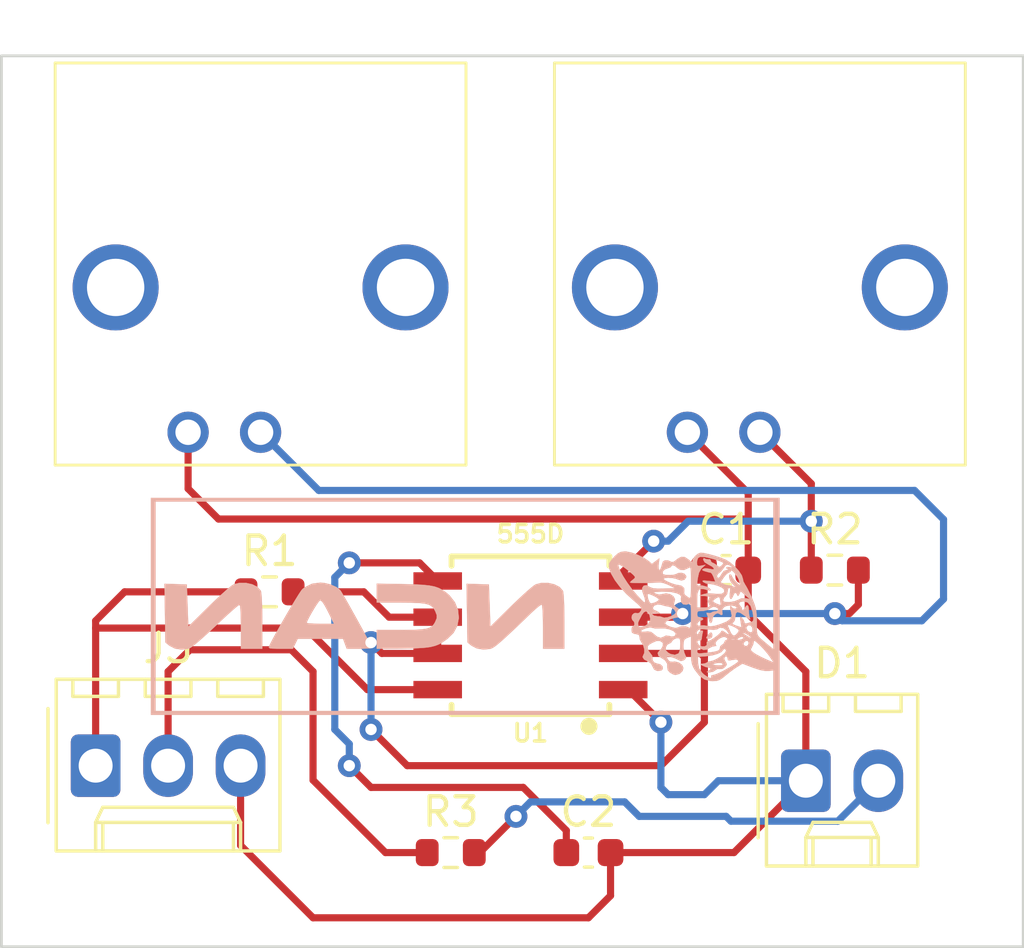
<source format=kicad_pcb>
(kicad_pcb (version 20210606) (generator pcbnew)
  (layers (0 "F.Cu" signal) (31 "B.Cu" signal) (34 "B.Paste" user) (35 "F.Paste" user) (36 "B.SilkS" user "B.Silkscreen") (37 "F.SilkS" user "F.Silkscreen") (38 "B.Mask" user) (39 "F.Mask" user) (44 "Edge.Cuts" user))
  (net 0 "")
  (net 1 "Output")
  (net 2 "Net-(C1-Pad1)")
  (net 3 "Net-(C2-Pad1)")
  (net 4 "Input")
  (net 5 "GND")
  (net 6 "Net-(D1-Pad2)")
  (net 7 "Power")
  (net 8 "LED_PWR")
  (footprint "Connector_Molex:Molex_KK-254_AE-6410-03A_1x03_P2.54mm_Vertical" (layer "F.Cu") (at 37.846 62.738)
    (fp_text reference "J3" (at 2.54 -4.12) (layer "F.SilkS"))
    (fp_text value "6v Battery")
    (pad "1" thru_hole roundrect locked (at 0 0) (size 1.74 2.19) (drill 1.19) (layers *.Cu *.Mask) (roundrect_rratio 0.1436781609) (net 7 "Power"))
    (pad "2" thru_hole oval locked (at 2.54 0) (size 1.74 2.19) (drill 1.19) (layers *.Cu *.Mask) (net 8 "LED_PWR"))
    (pad "3" thru_hole oval locked (at 5.08 0) (size 1.74 2.19) (drill 1.19) (layers *.Cu *.Mask) (net 5 "GND"))
  )
  (footprint "Connector_Molex:Molex_KK-254_AE-6410-02A_1x02_P2.54mm_Vertical" (layer "F.Cu") (at 62.738 63.266)
    (fp_text reference "D1" (at 1.27 -4.12) (layer "F.SilkS"))
    (fp_text value "LED")
    (pad "1" thru_hole roundrect locked (at 0 0) (size 1.74 2.19) (drill 1.19) (layers *.Cu *.Mask) (roundrect_rratio 0.1436781609) (net 5 "GND"))
    (pad "2" thru_hole oval locked (at 2.54 0) (size 1.74 2.19) (drill 1.19) (layers *.Cu *.Mask) (net 6 "Net-(D1-Pad2)"))
  )
  (footprint "Capacitor_SMD:C_0603_1608Metric" (layer "F.Cu") (at 59.944 55.88)
    (fp_text reference "C1" (at 0 -1.43) (layer "F.SilkS"))
    (fp_text value "0.1u")
    (pad "1" smd roundrect locked (at -0.775 0) (size 0.9 0.95) (layers "F.Cu" "F.Paste" "F.Mask") (net 2 "Net-(C1-Pad1)"))
    (pad "2" smd roundrect locked (at 0.775 0) (size 0.9 0.95) (layers "F.Cu" "F.Paste" "F.Mask") (net 5 "GND"))
  )
  (footprint "Resistor_SMD:R_0603_1608Metric" (layer "F.Cu") (at 50.292 65.786)
    (fp_text reference "R3" (at 0 -1.43) (layer "F.SilkS"))
    (fp_text value "2k")
    (pad "1" smd roundrect locked (at -0.825 0) (size 0.8 0.95) (layers "F.Cu" "F.Paste" "F.Mask") (net 8 "LED_PWR"))
    (pad "2" smd roundrect locked (at 0.825 0) (size 0.8 0.95) (layers "F.Cu" "F.Paste" "F.Mask") (net 6 "Net-(D1-Pad2)"))
  )
  (footprint "Capacitor_SMD:C_0603_1608Metric" (layer "F.Cu") (at 55.118 65.786)
    (fp_text reference "C2" (at 0 -1.43) (layer "F.SilkS"))
    (fp_text value "0.01u")
    (pad "1" smd roundrect locked (at -0.775 0) (size 0.9 0.95) (layers "F.Cu" "F.Paste" "F.Mask") (net 3 "Net-(C2-Pad1)"))
    (pad "2" smd roundrect locked (at 0.775 0) (size 0.9 0.95) (layers "F.Cu" "F.Paste" "F.Mask") (net 5 "GND"))
  )
  (footprint "SparkfunSilicon-Standard:SOIC-8" (layer "F.Cu") (at 53.086 58.166 90)
    (fp_text reference "U1" (at -3.429 0) (layer "F.SilkS") (effects (font (size 0.6096 0.6096) (thickness 0.127))))
    (fp_text value "555D" (at 3.556 0) (layer "F.SilkS") (effects (font (size 0.6096 0.6096) (thickness 0.127))))
    (pad "1" smd rect locked (at -1.905 3.2512 90) (size 0.6096 1.7018) (layers "F.Cu" "F.Paste" "F.Mask") (net 5 "GND"))
    (pad "2" smd rect locked (at -0.635 3.2512 90) (size 0.6096 1.7018) (layers "F.Cu" "F.Paste" "F.Mask") (net 2 "Net-(C1-Pad1)"))
    (pad "3" smd rect locked (at 0.635 3.2512 90) (size 0.6096 1.7018) (layers "F.Cu" "F.Paste" "F.Mask") (net 1 "Output"))
    (pad "4" smd rect locked (at 1.905 3.2512 90) (size 0.6096 1.7018) (layers "F.Cu" "F.Paste" "F.Mask") (net 4 "Input"))
    (pad "5" smd rect locked (at 1.905 -3.2512 90) (size 0.6096 1.7018) (layers "F.Cu" "F.Paste" "F.Mask") (net 3 "Net-(C2-Pad1)"))
    (pad "6" smd rect locked (at 0.635 -3.2512 90) (size 0.6096 1.7018) (layers "F.Cu" "F.Paste" "F.Mask") (net 2 "Net-(C1-Pad1)"))
    (pad "7" smd rect locked (at -0.635 -3.2512 90) (size 0.6096 1.7018) (layers "F.Cu" "F.Paste" "F.Mask") (net 2 "Net-(C1-Pad1)"))
    (pad "8" smd rect locked (at -1.905 -3.2512 90) (size 0.6096 1.7018) (layers "F.Cu" "F.Paste" "F.Mask") (net 7 "Power"))
  )
  (footprint "Resistor_SMD:R_0603_1608Metric" (layer "F.Cu") (at 43.942 56.642)
    (fp_text reference "R1" (at 0 -1.43) (layer "F.SilkS"))
    (fp_text value "100k")
    (pad "1" smd roundrect locked (at -0.825 0) (size 0.8 0.95) (layers "F.Cu" "F.Paste" "F.Mask") (net 7 "Power"))
    (pad "2" smd roundrect locked (at 0.825 0) (size 0.8 0.95) (layers "F.Cu" "F.Paste" "F.Mask") (net 2 "Net-(C1-Pad1)"))
  )
  (footprint "Connector_Coaxial:031543110RFX" (layer "F.Cu") (at 58.587 51.046464)
    (fp_text reference "J1" hide)
    (fp_text value "Conn_Coaxial" hide)
    (pad "1" thru_hole circle locked (at 0 0) (size 1.446 1.446) (drill 0.89) (layers *.Cu *.Mask) (net 5 "GND"))
    (pad "2" thru_hole circle locked (at 2.54 0) (size 1.446 1.446) (drill 0.89) (layers *.Cu *.Mask) (net 4 "Input"))
    (pad "3" thru_hole circle locked (at 7.62 -5.08) (size 3.015 3.015) (drill 2.01) (layers *.Cu *.Mask))
    (pad "4" thru_hole circle locked (at -2.54 -5.08) (size 3.015 3.015) (drill 2.01) (layers *.Cu *.Mask))
  )
  (footprint "Resistor_SMD:R_0603_1608Metric" (layer "F.Cu") (at 63.754 55.88)
    (fp_text reference "R2" (at 0 -1.43) (layer "F.SilkS"))
    (fp_text value "1k")
    (pad "1" smd roundrect locked (at -0.825 0) (size 0.8 0.95) (layers "F.Cu" "F.Paste" "F.Mask") (net 4 "Input"))
    (pad "2" smd roundrect locked (at 0.825 0) (size 0.8 0.95) (layers "F.Cu" "F.Paste" "F.Mask") (net 1 "Output"))
  )
  (footprint "Connector_Coaxial:031543110RFX" (layer "F.Cu") (at 41.087 51.046464)
    (fp_text reference "J2" hide)
    (fp_text value "Conn_Coaxial" hide)
    (pad "1" thru_hole circle locked (at 0 0) (size 1.446 1.446) (drill 0.89) (layers *.Cu *.Mask) (net 5 "GND"))
    (pad "2" thru_hole circle locked (at 2.54 0) (size 1.446 1.446) (drill 0.89) (layers *.Cu *.Mask) (net 1 "Output"))
    (pad "3" thru_hole circle locked (at 7.62 -5.08) (size 3.015 3.015) (drill 2.01) (layers *.Cu *.Mask))
    (pad "4" thru_hole circle locked (at -2.54 -5.08) (size 3.015 3.015) (drill 2.01) (layers *.Cu *.Mask))
  )
  (footprint "NCAN:NCANSilkscreenFront" (layer "B.Cu") (at 50.8 57.15 180)
    (fp_text reference "G***" hide)
    (fp_text value "LOGO" hide)
  )
  (gr_rect (start 34.544 37.846) (end 70.358 69.088) (layer "Edge.Cuts") (width 0.1) (fill none))
  (segment (start 64.262 57.404) (end 64.579 57.087) (width 0.25) (layer "F.Cu") (net 1))
  (segment (start 63.754 57.404) (end 64.262 57.404) (width 0.25) (layer "F.Cu") (net 1))
  (segment (start 58.293 57.531) (end 58.42 57.404) (width 0.25) (layer "F.Cu") (net 1))
  (segment (start 64.579 57.087) (end 64.579 55.88) (width 0.25) (layer "F.Cu") (net 1))
  (segment (start 56.3372 57.531) (end 58.293 57.531) (width 0.25) (layer "F.Cu") (net 1))
  (via (at 63.754 57.404) (size 0.8) (drill 0.4) (layers "F.Cu" "B.Cu") (net 1))
  (via (at 58.42 57.404) (size 0.8) (drill 0.4) (layers "F.Cu" "B.Cu") (net 1))
  (segment (start 67.564 54.102) (end 66.548 53.086) (width 0.25) (layer "B.Cu") (net 1))
  (segment (start 64.008 57.658) (end 66.802 57.658) (width 0.25) (layer "B.Cu") (net 1))
  (segment (start 58.42 57.404) (end 63.754 57.404) (width 0.25) (layer "B.Cu") (net 1))
  (segment (start 66.802 57.658) (end 67.564 56.896) (width 0.25) (layer "B.Cu") (net 1))
  (segment (start 63.754 57.404) (end 64.008 57.658) (width 0.25) (layer "B.Cu") (net 1))
  (segment (start 45.666536 53.086) (end 43.627 51.046464) (width 0.25) (layer "B.Cu") (net 1))
  (segment (start 67.564 56.896) (end 67.564 54.102) (width 0.25) (layer "B.Cu") (net 1))
  (segment (start 66.548 53.086) (end 45.666536 53.086) (width 0.25) (layer "B.Cu") (net 1))
  (segment (start 47.498 61.468) (end 48.768 62.738) (width 0.25) (layer "F.Cu") (net 2))
  (segment (start 57.658 62.738) (end 59.182 61.214) (width 0.25) (layer "F.Cu") (net 2))
  (segment (start 47.879 58.801) (end 47.498 58.42) (width 0.25) (layer "F.Cu") (net 2))
  (segment (start 48.133 57.531) (end 47.244 56.642) (width 0.25) (layer "F.Cu") (net 2))
  (segment (start 59.169 55.88) (end 59.169 58.915) (width 0.25) (layer "F.Cu") (net 2))
  (segment (start 59.182 61.214) (end 59.182 58.928) (width 0.25) (layer "F.Cu") (net 2))
  (segment (start 48.768 62.738) (end 57.658 62.738) (width 0.25) (layer "F.Cu") (net 2))
  (segment (start 59.182 58.928) (end 59.055 58.801) (width 0.25) (layer "F.Cu") (net 2))
  (segment (start 47.244 56.642) (end 44.767 56.642) (width 0.25) (layer "F.Cu") (net 2))
  (segment (start 49.8348 57.531) (end 49.8348 58.801) (width 0.25) (layer "F.Cu") (net 2))
  (segment (start 49.8348 58.801) (end 47.879 58.801) (width 0.25) (layer "F.Cu") (net 2))
  (segment (start 59.169 58.915) (end 59.182 58.928) (width 0.25) (layer "F.Cu") (net 2))
  (segment (start 49.8348 57.531) (end 48.133 57.531) (width 0.25) (layer "F.Cu") (net 2))
  (segment (start 59.055 58.801) (end 56.3372 58.801) (width 0.25) (layer "F.Cu") (net 2))
  (via (at 47.498 58.42) (size 0.8) (drill 0.4) (layers "F.Cu" "B.Cu") (net 2))
  (via (at 47.498 61.468) (size 0.8) (drill 0.4) (layers "F.Cu" "B.Cu") (net 2))
  (segment (start 47.498 58.42) (end 47.498 61.468) (width 0.25) (layer "B.Cu") (net 2))
  (segment (start 47.498 63.5) (end 46.736 62.738) (width 0.25) (layer "F.Cu") (net 3))
  (segment (start 54.343 65.786) (end 54.343 65.011) (width 0.25) (layer "F.Cu") (net 3))
  (segment (start 49.1998 55.626) (end 49.8348 56.261) (width 0.25) (layer "F.Cu") (net 3))
  (segment (start 46.736 55.626) (end 49.1998 55.626) (width 0.25) (layer "F.Cu") (net 3))
  (segment (start 52.832 63.5) (end 47.498 63.5) (width 0.25) (layer "F.Cu") (net 3))
  (segment (start 54.343 65.011) (end 52.832 63.5) (width 0.25) (layer "F.Cu") (net 3))
  (via (at 46.736 55.626) (size 0.8) (drill 0.4) (layers "F.Cu" "B.Cu") (net 3))
  (via (at 46.736 62.738) (size 0.8) (drill 0.4) (layers "F.Cu" "B.Cu") (net 3))
  (segment (start 46.736 61.976) (end 46.228 61.468) (width 0.25) (layer "B.Cu") (net 3))
  (segment (start 46.228 56.134) (end 46.736 55.626) (width 0.25) (layer "B.Cu") (net 3))
  (segment (start 46.736 62.738) (end 46.736 61.976) (width 0.25) (layer "B.Cu") (net 3))
  (segment (start 46.228 61.468) (end 46.228 56.134) (width 0.25) (layer "B.Cu") (net 3))
  (segment (start 62.929 54.165) (end 62.929 52.848464) (width 0.25) (layer "F.Cu") (net 4))
  (segment (start 56.3372 55.9308) (end 57.404 54.864) (width 0.25) (layer "F.Cu") (net 4))
  (segment (start 62.929 52.848464) (end 61.127 51.046464) (width 0.25) (layer "F.Cu") (net 4))
  (segment (start 56.3372 56.261) (end 56.3372 55.9308) (width 0.25) (layer "F.Cu") (net 4))
  (segment (start 62.929 55.88) (end 62.929 54.165) (width 0.25) (layer "F.Cu") (net 4))
  (via (at 62.929 54.165) (size 0.8) (drill 0.4) (layers "F.Cu" "B.Cu") (net 4))
  (via (at 57.404 54.864) (size 0.8) (drill 0.4) (layers "F.Cu" "B.Cu") (net 4))
  (segment (start 57.404 54.864) (end 57.912 54.864) (width 0.25) (layer "B.Cu") (net 4))
  (segment (start 58.611 54.165) (end 62.929 54.165) (width 0.25) (layer "B.Cu") (net 4))
  (segment (start 57.912 54.864) (end 58.611 54.165) (width 0.25) (layer "B.Cu") (net 4))
  (segment (start 60.719 57.417) (end 62.738 59.436) (width 0.25) (layer "F.Cu") (net 5))
  (segment (start 45.466 68.072) (end 55.118 68.072) (width 0.25) (layer "F.Cu") (net 5))
  (segment (start 56.515 60.071) (end 57.658 61.214) (width 0.25) (layer "F.Cu") (net 5))
  (segment (start 60.218 65.786) (end 62.738 63.266) (width 0.25) (layer "F.Cu") (net 5))
  (segment (start 42.151 54.089) (end 60.719 54.089) (width 0.25) (layer "F.Cu") (net 5))
  (segment (start 42.926 65.532) (end 45.466 68.072) (width 0.25) (layer "F.Cu") (net 5))
  (segment (start 41.087 51.046464) (end 41.087 53.025) (width 0.25) (layer "F.Cu") (net 5))
  (segment (start 41.087 53.025) (end 42.151 54.089) (width 0.25) (layer "F.Cu") (net 5))
  (segment (start 55.893 65.786) (end 60.218 65.786) (width 0.25) (layer "F.Cu") (net 5))
  (segment (start 60.719 54.089) (end 60.719 53.178464) (width 0.25) (layer "F.Cu") (net 5))
  (segment (start 60.719 55.88) (end 60.719 57.417) (width 0.25) (layer "F.Cu") (net 5))
  (segment (start 62.738 59.436) (end 62.738 63.266) (width 0.25) (layer "F.Cu") (net 5))
  (segment (start 60.719 53.178464) (end 58.587 51.046464) (width 0.25) (layer "F.Cu") (net 5))
  (segment (start 56.3372 60.071) (end 56.515 60.071) (width 0.25) (layer "F.Cu") (net 5))
  (segment (start 55.893 67.297) (end 55.893 65.786) (width 0.25) (layer "F.Cu") (net 5))
  (segment (start 55.118 68.072) (end 55.893 67.297) (width 0.25) (layer "F.Cu") (net 5))
  (segment (start 60.719 55.88) (end 60.719 54.089) (width 0.25) (layer "F.Cu") (net 5))
  (segment (start 42.926 62.738) (end 42.926 65.532) (width 0.25) (layer "F.Cu") (net 5))
  (via (at 57.658 61.214) (size 0.8) (drill 0.4) (layers "F.Cu" "B.Cu") (net 5))
  (segment (start 59.67 63.266) (end 62.738 63.266) (width 0.25) (layer "B.Cu") (net 5))
  (segment (start 57.658 61.214) (end 57.658 63.5) (width 0.25) (layer "B.Cu") (net 5))
  (segment (start 59.182 63.754) (end 59.67 63.266) (width 0.25) (layer "B.Cu") (net 5))
  (segment (start 57.658 63.5) (end 57.912 63.754) (width 0.25) (layer "B.Cu") (net 5))
  (segment (start 57.912 63.754) (end 59.182 63.754) (width 0.25) (layer "B.Cu") (net 5))
  (segment (start 51.308 65.786) (end 52.578 64.516) (width 0.25) (layer "F.Cu") (net 6))
  (segment (start 51.117 65.786) (end 51.308 65.786) (width 0.25) (layer "F.Cu") (net 6))
  (via (at 52.578 64.516) (size 0.8) (drill 0.4) (layers "F.Cu" "B.Cu") (net 6))
  (segment (start 56.388 64.008) (end 56.896 64.516) (width 0.25) (layer "B.Cu") (net 6))
  (segment (start 56.896 64.516) (end 59.944 64.516) (width 0.25) (layer "B.Cu") (net 6))
  (segment (start 53.086 64.008) (end 56.388 64.008) (width 0.25) (layer "B.Cu") (net 6))
  (segment (start 52.578 64.516) (end 53.086 64.008) (width 0.25) (layer "B.Cu") (net 6))
  (segment (start 59.944 64.516) (end 60.11352 64.68552) (width 0.25) (layer "B.Cu") (net 6))
  (segment (start 63.85848 64.68552) (end 65.278 63.266) (width 0.25) (layer "B.Cu") (net 6))
  (segment (start 60.11352 64.68552) (end 63.85848 64.68552) (width 0.25) (layer "B.Cu") (net 6))
  (segment (start 37.846 62.738) (end 37.846 57.912) (width 0.25) (layer "F.Cu") (net 7))
  (segment (start 47.371 60.071) (end 45.212 57.912) (width 0.25) (layer "F.Cu") (net 7))
  (segment (start 38.862 56.642) (end 43.117 56.642) (width 0.25) (layer "F.Cu") (net 7))
  (segment (start 37.846 57.658) (end 38.862 56.642) (width 0.25) (layer "F.Cu") (net 7))
  (segment (start 45.212 57.912) (end 37.846 57.912) (width 0.25) (layer "F.Cu") (net 7))
  (segment (start 37.846 57.912) (end 37.846 57.658) (width 0.25) (layer "F.Cu") (net 7))
  (segment (start 49.8348 60.071) (end 47.371 60.071) (width 0.25) (layer "F.Cu") (net 7))
  (segment (start 40.386 59.436) (end 40.386 62.738) (width 0.25) (layer "F.Cu") (net 8))
  (segment (start 45.466 63.246) (end 45.466 59.436) (width 0.25) (layer "F.Cu") (net 8))
  (segment (start 45.466 59.436) (end 44.704 58.674) (width 0.25) (layer "F.Cu") (net 8))
  (segment (start 48.006 65.786) (end 45.466 63.246) (width 0.25) (layer "F.Cu") (net 8))
  (segment (start 49.467 65.786) (end 48.006 65.786) (width 0.25) (layer "F.Cu") (net 8))
  (segment (start 44.704 58.674) (end 41.148 58.674) (width 0.25) (layer "F.Cu") (net 8))
  (segment (start 41.148 58.674) (end 40.386 59.436) (width 0.25) (layer "F.Cu") (net 8))
)
</source>
